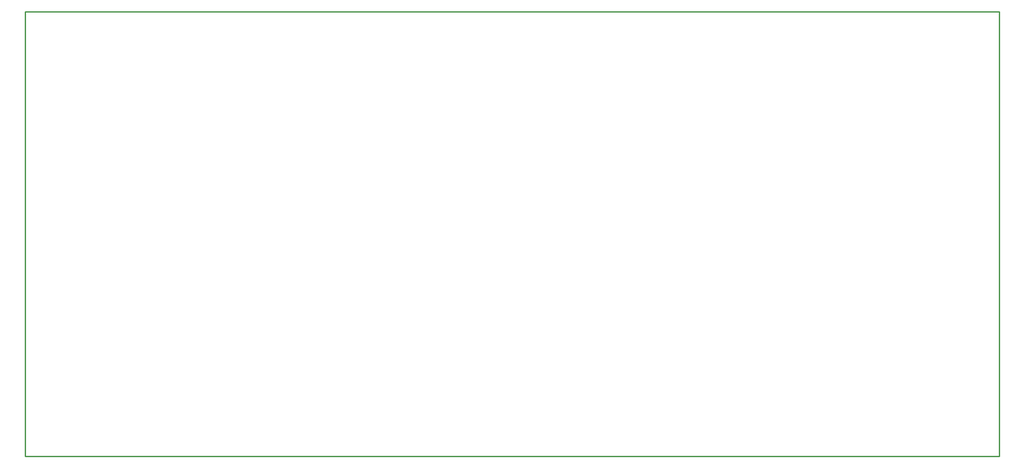
<source format=gm1>
%TF.GenerationSoftware,KiCad,Pcbnew,7.0.11-7.0.11~ubuntu22.04.1*%
%TF.CreationDate,2025-04-09T00:06:21+02:00*%
%TF.ProjectId,emulator-pcb,656d756c-6174-46f7-922d-7063622e6b69,v01*%
%TF.SameCoordinates,Original*%
%TF.FileFunction,Profile,NP*%
%FSLAX46Y46*%
G04 Gerber Fmt 4.6, Leading zero omitted, Abs format (unit mm)*
G04 Created by KiCad (PCBNEW 7.0.11-7.0.11~ubuntu22.04.1) date 2025-04-09 00:06:21*
%MOMM*%
%LPD*%
G01*
G04 APERTURE LIST*
%TA.AperFunction,Profile*%
%ADD10C,0.254000*%
%TD*%
G04 APERTURE END LIST*
D10*
X281700000Y-55350000D02*
X281700000Y-142125000D01*
X91700000Y-142125000D02*
X281700000Y-142125000D01*
X91700000Y-55350000D02*
X91700000Y-142125000D01*
X91700000Y-55350000D02*
X281700000Y-55350000D01*
M02*

</source>
